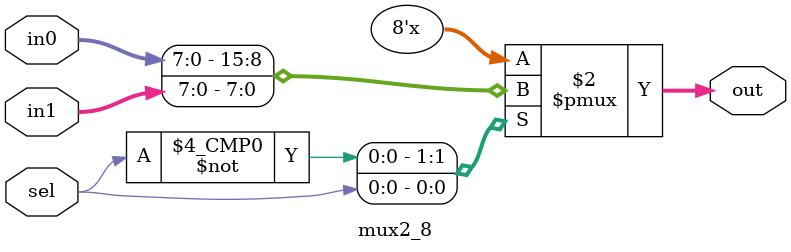
<source format=v>
module mux2_8(sel, in0, in1, out);
  input        sel;
  input  [7:0] in0, in1;
  output [7:0] out;
  reg    [7:0] out;
  always @(sel or in0 or in1)
    case(sel)
     1'd0:  out = in0;
     1'd1:  out = in1;
    endcase
endmodule
</source>
